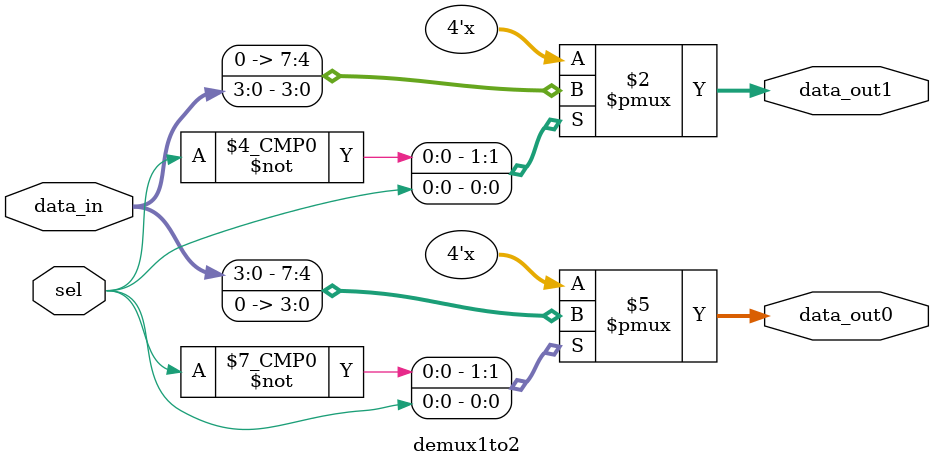
<source format=v>
module demux1to2
#(
	parameter WIDTH		= 4
	
)
(
	input		[WIDTH-1:0]	data_in,
	input					sel,
	output reg	[WIDTH-1:0]	data_out0,
	output reg	[WIDTH-1:0]	data_out1
);

always@(*)
	case(sel)
		1'b0: begin
			data_out0 = data_in;
			data_out1 = 0;
		end
		1'b1: begin
			data_out0 = 0;
			data_out1 = data_in;
		end
		default: begin
			data_out0 = 0;
			data_out1 = 0;
		end
	endcase
endmodule
</source>
